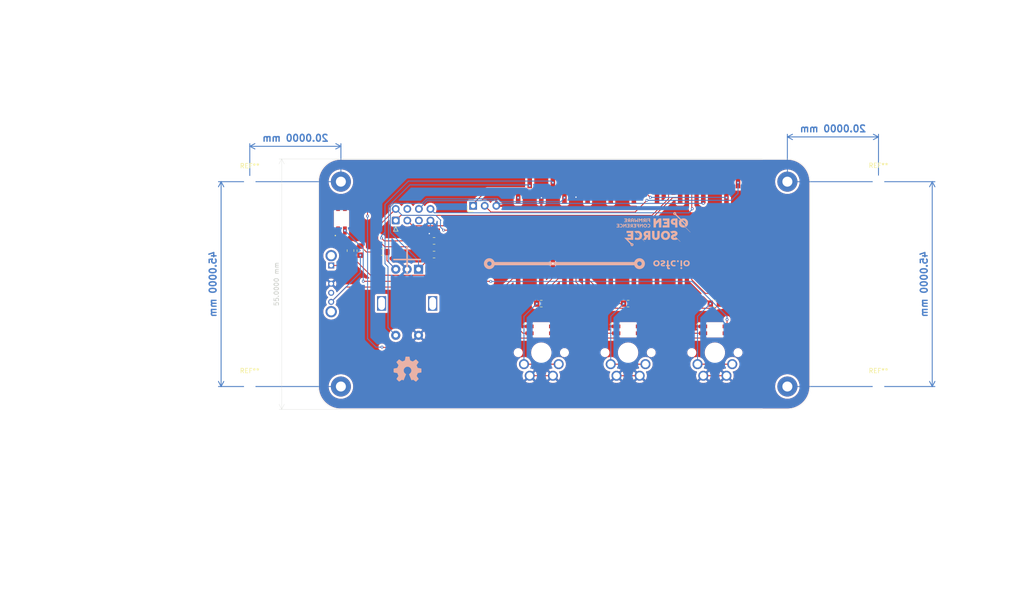
<source format=kicad_pcb>
(kicad_pcb (version 20241229) (generator "pcbnew") (generator_version "9.0")
  (layers (0 "F.Cu" signal) (2 "B.Cu" signal) (13 "F.Paste" user) (15 "B.Paste" user) (5 "F.SilkS" user "F.Silkscreen") (7 "B.SilkS" user "B.Silkscreen") (1 "F.Mask" user) (3 "B.Mask" user) (25 "Edge.Cuts" user))
  (net 0 "")
  (net 1 "VBUS")
  (net 2 "GND")
  (net 5 "Net-(J1-Pin_8)")
  (net 6 "Net-(J1-Pin_1)")
  (net 7 "+3.3V")
  (net 8 "Net-(J1-Pin_3)")
  (net 9 "Net-(J1-Pin_6)")
  (net 10 "Net-(J2-Pin_2)")
  (net 11 "Net-(J2-Pin_1)")
  (net 12 "Net-(U1-GPIO14)")
  (net 13 "Net-(U1-GPIO12)")
  (net 14 "Net-(SW4-SW1)")
  (net 15 "Net-(U1-GPIO13)")
  (net 16 "Net-(SW1-SW1)")
  (net 17 "Net-(SW3-SW1)")
  (net 23 "Net-(SW1-DOUT)")
  (net 24 "Net-(SW3-DOUT)")
  (net 26 "Net-(SW1-DIN)")
  (net 27 "Net-(D2-DIN)")
  (net 44 "Net-(U1-GPIO16)")
  (net 46 "Net-(U1-GPIO17)")
  (net 47 "unconnected-(U1-GPIO15-Pad20)")
  (footprint "Resistor_SMD:R_0805_2012Metric_Pad1.20x1.40mm_HandSolder" (layer "F.Cu") (at 179.05 83 180)
    (property "Reference" "R4" (hide yes))
    (property "Value" "10K")
  )
  (footprint "Resistor_SMD:R_0805_2012Metric_Pad1.20x1.40mm_HandSolder" (layer "F.Cu") (at 198.1 83 180)
    (property "Reference" "R5" (hide yes))
    (property "Value" "10K")
  )
  (footprint "Resistor_SMD:R_0805_2012Metric_Pad1.20x1.40mm_HandSolder" (layer "F.Cu") (at 125.11 71.66)
    (property "Reference" "R2" (hide yes))
    (property "Value" "10K")
  )
  (footprint "Resistor_SMD:R_0805_2012Metric_Pad1.20x1.40mm_HandSolder" (layer "F.Cu") (at 118.12 71.36 90)
    (property "Reference" "R7" (hide yes))
    (property "Value" "10K")
  )
  (footprint "Connector_IDC:IDC-Header_2x04_P2.54mm_Horizontal" (layer "F.Cu") (at 128.05 64.7405 90)
    (property "Reference" "J1" (hide yes))
    (property "Value" "Conn_02x04_Odd_Even" (hide yes))
  )
  (footprint "key-switches:Cherry_MX_SK6812_MINI_E" (layer "F.Cu") (at 179.05 93.76 180)
    (property "Reference" "SW3" (hide yes))
    (property "Value" "~" (hide yes))
    (fp_line (start 1.7 6.5) (end -1.7 6.5) (stroke (width 0.01)) (layer "Edge.Cuts"))
    (fp_line (start 1.7 3.5) (end 1.7 6.5) (stroke (width 0.01)) (layer "Edge.Cuts"))
    (fp_line (start -1.7 6.5) (end -1.7 3.5) (stroke (width 0.01)) (layer "Edge.Cuts"))
    (fp_line (start -1.7 3.5) (end 1.7 3.5) (stroke (width 0.01)) (layer "Edge.Cuts"))
  )
  (footprint "MountingHole:MountingHole_2.5mm" (layer "F.Cu") (at 96.01 56.21)
    (property "Reference" "REF**")
    (property "Value" "MountingHole_2.5mm")
  )
  (footprint "Switch:SLW12745474ARAD" (layer "F.Cu") (at 113.88 74.62 -90)
    (property "Reference" "J3" (hide yes))
    (property "Value" "SLW-1274547-4A-RA-D" (hide yes))
  )
  (footprint "key-switches:Cherry_MX_SK6812_MINI_E" (layer "F.Cu") (at 160 93.76 180)
    (property "Reference" "SW1" (hide yes))
    (property "Value" "~" (hide yes))
    (fp_line (start 1.7 6.5) (end -1.7 6.5) (stroke (width 0.01)) (layer "Edge.Cuts"))
    (fp_line (start 1.7 3.5) (end 1.7 6.5) (stroke (width 0.01)) (layer "Edge.Cuts"))
    (fp_line (start -1.7 6.5) (end -1.7 3.5) (stroke (width 0.01)) (layer "Edge.Cuts"))
    (fp_line (start -1.7 3.5) (end 1.7 3.5) (stroke (width 0.01)) (layer "Edge.Cuts"))
  )
  (footprint "Resistor_SMD:R_0805_2012Metric_Pad1.20x1.40mm_HandSolder" (layer "F.Cu") (at 136.46 69.22 180)
    (property "Reference" "R8" (hide yes))
    (property "Value" "10K")
  )
  (footprint "Resistor_SMD:R_0805_2012Metric_Pad1.20x1.40mm_HandSolder" (layer "F.Cu") (at 120.29 71.36 90)
    (property "Reference" "R6" (hide yes))
    (property "Value" "10K")
  )
  (footprint "MountingHole:MountingHole_2.5mm" (layer "F.Cu") (at 234.01 101.21)
    (property "Reference" "REF**")
    (property "Value" "MountingHole_2.5mm")
  )
  (footprint "MountingHole:MountingHole_2.2mm_M2_Pad_TopBottom" (layer "F.Cu") (at 214.01 56.21)
    (property "Reference" "REF**" (hide yes))
    (property "Value" "MountingHole_2.2mm_M2_Pad_TopBottom" (hide yes))
  )
  (footprint "SK6812-E:LED_SK6812-E" (layer "F.Cu") (at 116.14 64.35 90)
    (property "Reference" "D2" (hide yes))
    (property "Value" "SK6812-E" (hide yes))
    (fp_line (start 1.7 -1.5) (end -1.7 -1.5) (stroke (width 0.01)) (layer "Edge.Cuts"))
    (fp_line (start -1.7 -1.5) (end -1.7 1.5) (stroke (width 0.01)) (layer "Edge.Cuts"))
    (fp_line (start 1.7 1.5) (end 1.7 -1.5) (stroke (width 0.01)) (layer "Edge.Cuts"))
    (fp_line (start -1.7 1.5) (end 1.7 1.5) (stroke (width 0.01)) (layer "Edge.Cuts"))
  )
  (footprint "Connector_PinHeader_2.54mm:PinHeader_1x03_P2.54mm_Horizontal" (layer "F.Cu") (at 145.04 61.51 90)
    (property "Reference" "J2" (hide yes))
    (property "Value" "Conn_01x03" (hide yes))
  )
  (footprint "MountingHole:MountingHole_2.2mm_M2_Pad_TopBottom" (layer "F.Cu") (at 116.01 56.21 90)
    (property "Reference" "REF**" (hide yes))
    (property "Value" "MountingHole_2.2mm_M2_Pad_TopBottom" (hide yes))
  )
  (footprint "MountingHole:MountingHole_2.2mm_M2_Pad_TopBottom" (layer "F.Cu") (at 214.01 101.21 180)
    (property "Reference" "REF**" (hide yes))
    (property "Value" "MountingHole_2.2mm_M2_Pad_TopBottom" (hide yes))
  )
  (footprint "Resistor_SMD:R_0805_2012Metric_Pad1.20x1.40mm_HandSolder" (layer "F.Cu") (at 136.46 72.22 180)
    (property "Reference" "R3" (hide yes))
    (property "Value" "10K")
  )
  (footprint "MountingHole:MountingHole_2.2mm_M2_Pad_TopBottom" (layer "F.Cu") (at 116.01 101.21)
    (property "Reference" "REF**" (hide yes))
    (property "Value" "MountingHole_2.2mm_M2_Pad_TopBottom" (hide yes))
  )
  (footprint "Rotary_Encoder:RotaryEncoder_Alps_EC11E-Switch_Vertical_H20mm" (layer "F.Cu") (at 133.05 75.46 -90)
    (property "Reference" "SW2" (hide yes))
    (property "Value" "RotaryEncoder_Switch" (hide yes))
  )
  (footprint "MountingHole:MountingHole_2.5mm" (layer "F.Cu") (at 96 101.21)
    (property "Reference" "REF**")
    (property "Value" "MountingHole_2.5mm")
  )
  (footprint "MountingHole:MountingHole_2.5mm" (layer "F.Cu") (at 234.01 56.11)
    (property "Reference" "REF**")
    (property "Value" "MountingHole_2.5mm")
  )
  (footprint "Resistor_SMD:R_0805_2012Metric_Pad1.20x1.40mm_HandSolder" (layer "F.Cu") (at 160 83 180)
    (property "Reference" "R1" (hide yes))
    (property "Value" "10K")
  )
  (footprint "MCU_RaspberryPi_and_Boards:RPi_Pico_SMD_HEADER" (layer "F.Cu") (at 179.05 66.96 -90)
    (property "Reference" "U1" (hide yes))
    (property "Value" "Pico")
  )
  (footprint "Symbol:OSHW-Logo2_9.8x8mm_Copper" (layer "F.Cu") (at 145.26 99.787846)
    (property "Reference" "REF**" (hide yes))
    (property "Value" "OSHW-Logo2_9.8x8mm_Copper" (hide yes))
  )
  (footprint "key-switches:Cherry_MX_SK6812_MINI_E" (layer "F.Cu") (at 198.1 93.76 180)
    (property "Reference" "SW4" (hide yes))
    (property "Value" "~" (hide yes))
    (fp_line (start 1.7 6.5) (end -1.7 6.5) (stroke (width 0.01)) (layer "Edge.Cuts"))
    (fp_line (start 1.7 3.5) (end 1.7 6.5) (stroke (width 0.01)) (layer "Edge.Cuts"))
    (fp_line (start -1.7 6.5) (end -1.7 3.5) (stroke (width 0.01)) (layer "Edge.Cuts"))
    (fp_line (start -1.7 3.5) (end 1.7 3.5) (stroke (width 0.01)) (layer "Edge.Cuts"))
  )
  (footprint "LOGO" (layer "B.Cu") (at 162.46 77.53 180)
    (property "Reference" "G***" (hide yes))
    (property "Value" "LOGO" (hide yes))
  )
  (footprint "LOGO" (layer "B.Cu") (at 162.17 77.5)
    (property "Reference" "G***" (hide yes))
    (property "Value" "LOGO" (hide yes))
  )
  (gr_line (start 219.01 101.210001) (end 219.01 56.21) (stroke (width 0.05)) (layer "Edge.Cuts"))
  (gr_line (start 214.01 51.21) (end 116.01 51.21) (stroke (width 0.05)) (layer "Edge.Cuts"))
  (gr_arc (start 111.01 56.21) (mid 112.474466 52.674466) (end 116.01 51.21) (stroke (width 0.05)) (layer "Edge.Cuts"))
  (gr_arc (start 219.01 101.210001) (mid 217.545534 104.745534) (end 214.01 106.210001) (stroke (width 0.05)) (layer "Edge.Cuts"))
  (gr_line (start 111.01 56.21) (end 111.01 101.21) (stroke (width 0.05)) (layer "Edge.Cuts"))
  (gr_line (start 116.01 106.21) (end 214.01 106.210001) (stroke (width 0.05)) (layer "Edge.Cuts"))
  (gr_arc (start 214.01 51.21) (mid 217.545534 52.674466) (end 219.01 56.21) (stroke (width 0.05)) (layer "Edge.Cuts"))
  (gr_arc (start 116.01 106.21) (mid 112.474466 104.745534) (end 111.01 101.21) (stroke (width 0.05)) (layer "Edge.Cuts"))
  (dimension (type orthogonal) (layer "B.Cu") (pts (xy 214.01 56.21) (xy 214.01 101.21)) (height 31.8) (orientation 1) (format (prefix "") (suffix "") (units 3) (units_format 1) (precision 4)) (style (thickness 0.2) (arrow_length 1.27) (text_position_mode 0) (arrow_direction outward) (extension_height 0.58642) (extension_offset 0.5) (keep_text_aligned yes)) (gr_text "45.0000 mm" (at 244.01 78.71 90) (layer "B.Cu") (effects (font (size 1.5 1.5) (thickness 0.3)) (justify mirror))))
  (dimension (type orthogonal) (layer "B.Cu") (pts (xy 116.01 56.21) (xy 116.01 101.21)) (height -26.29) (orientation 1) (format (prefix "") (suffix "") (units 3) (units_format 1) (precision 4)) (style (thickness 0.2) (arrow_length 1.27) (text_position_mode 0) (arrow_direction outward) (extension_height 0.58642) (extension_offset 0.5) (keep_text_aligned yes)) (gr_text "45.0000 mm" (at 87.92 78.71 90) (layer "B.Cu") (effects (font (size 1.5 1.5) (thickness 0.3)) (justify mirror))))
  (dimension (type orthogonal) (layer "B.Cu") (pts (xy 214.01 56.21) (xy 234.01 56.11)) (height -9.83) (orientation 0) (format (prefix "") (suffix "") (units 3) (units_format 1) (precision 4)) (style (thickness 0.2) (arrow_length 1.27) (text_position_mode 0) (arrow_direction outward) (extension_height 0.58642) (extension_offset 0.5) (keep_text_aligned yes)) (gr_text "20.0000 mm" (at 224.01 44.58 0) (layer "B.Cu") (effects (font (size 1.5 1.5) (thickness 0.3)) (justify mirror))))
  (dimension (type orthogonal) (layer "B.Cu") (pts (xy 116.01 56.21) (xy 96.01 56.21)) (height -7.77) (orientation 0) (format (prefix "") (suffix "") (units 3) (units_format 1) (precision 4)) (style (thickness 0.2) (arrow_length 1.27) (text_position_mode 0) (arrow_direction outward) (extension_height 0.58642) (extension_offset 0.5) (keep_text_aligned yes)) (gr_text "20.0000 mm" (at 106.01 46.64 0) (layer "B.Cu") (effects (font (size 1.5 1.5) (thickness 0.3)) (justify mirror))))
  (dimension (type orthogonal) (layer "Edge.Cuts") (pts (xy 209.01 51.21) (xy 209.01 106.21)) (height -106) (orientation 1) (format (prefix "") (suffix "") (units 3) (units_format 1) (precision 4)) (style (thickness 0.05) (arrow_length 1.27) (text_position_mode 0) (arrow_direction outward) (extension_height 0.58642) (extension_offset 0.5) (keep_text_aligned yes)) (gr_text "55.0000 mm" (at 101.86 78.71 90) (layer "Edge.Cuts") (effects (font (size 1 1) (thickness 0.15)))))
  (segment (start 121.86 62.81) (end 120.8 61.75) (width 0.2) (layer "F.Cu") (net 1))
  (segment (start 200.43 90.56) (end 183.93 90.56) (width 0.2) (layer "F.Cu") (net 1))
  (segment (start 182.88 89.51) (end 181.65 89.51) (width 0.2) (layer "F.Cu") (net 1))
  (segment (start 203.18 74.195) (end 203.18 88.41) (width 0.2) (layer "F.Cu") (net 1))
  (segment (start 137.53 92.63) (end 125.11 92.63) (width 0.2) (layer "F.Cu") (net 1))
  (segment (start 183.93 90.56) (end 182.88 89.51) (width 0.2) (layer "F.Cu") (net 1))
  (segment (start 181.069 90.561) (end 163.651 90.561) (width 0.2) (layer "F.Cu") (net 1))
  (segment (start 121.86 63.77) (end 121.86 62.81) (width 0.2) (layer "F.Cu") (net 1))
  (segment (start 120.8 61.75) (end 116.89 61.75) (width 0.2) (layer "F.Cu") (net 1))
  (segment (start 163.651 90.561) (end 162.6 89.51) (width 0.2) (layer "F.Cu") (net 1))
  (segment (start 125.11 92.63) (end 125.03 92.55) (width 0.2) (layer "F.Cu") (net 1))
  (segment (start 201 89.99) (end 200.43 90.56) (width 0.2) (layer "F.Cu") (net 1))
  (segment (start 201 89.635) (end 201 89.99) (width 0.2) (layer "F.Cu") (net 1))
  (segment (start 202.08 89.51) (end 200.7 89.51) (width 0.2) (layer "F.Cu") (net 1))
  (segment (start 125.18 92.55) (end 125.2 92.57) (width 0.2) (layer "F.Cu") (net 1))
  (segment (start 139.59 90.57) (end 137.53 92.63) (width 0.2) (layer "F.Cu") (net 1))
  (segment (start 162.6 90.12) (end 162.15 90.57) (width 0.2) (layer "F.Cu") (net 1))
  (segment (start 181.65 89.98) (end 181.069 90.561) (width 0.2) (layer "F.Cu") (net 1))
  (segment (start 162.6 89.51) (end 162.6 90.12) (width 0.2) (layer "F.Cu") (net 1))
  (segment (start 125.03 92.55) (end 125.18 92.55) (width 0.2) (layer "F.Cu") (net 1))
  (segment (start 203.18 88.41) (end 202.08 89.51) (width 0.2) (layer "F.Cu") (net 1))
  (segment (start 181.65 89.51) (end 181.65 89.98) (width 0.2) (layer "F.Cu") (net 1))
  (segment (start 162.15 90.57) (end 139.59 90.57) (width 0.2) (layer "F.Cu") (net 1))
  (via (at 121.86 63.77) (size 0.6) (drill 0.3) (layers "F.Cu" "B.Cu") (net 1))
  (via (at 125.03 92.55) (size 0.6) (drill 0.3) (layers "F.Cu" "B.Cu") (net 1))
  (segment (start 121.87 68.23) (end 121.87 90.71) (width 0.2) (layer "B.Cu") (net 1))
  (segment (start 123.71 92.55) (end 125.03 92.55) (width 0.2) (layer "B.Cu") (net 1))
  (segment (start 121.87 90.71) (end 123.71 92.55) (width 0.2) (layer "B.Cu") (net 1))
  (segment (start 121.86 63.77) (end 121.86 68.22) (width 0.2) (layer "B.Cu") (net 1))
  (segment (start 121.86 68.22) (end 121.87 68.23) (width 0.2) (layer "B.Cu") (net 1))
  (segment (start 195.56 98.84) (end 200.64 98.84) (width 0.2) (layer "F.Cu") (net 2))
  (segment (start 157.46 98.84) (end 162.54 98.84) (width 0.2) (layer "F.Cu") (net 2))
  (segment (start 176.51 98.84) (end 181.59 98.84) (width 0.2) (layer "F.Cu") (net 2))
  (via (at 135.42 67.62) (size 0.6) (drill 0.3) (layers "F.Cu" "B.Cu") (net 2))
  (via (at 167.61 59.61) (size 0.6) (drill 0.3) (layers "F.Cu" "B.Cu") (net 2))
  (via (at 160.03 59.74) (size 0.6) (drill 0.3) (layers "F.Cu" "B.Cu") (net 2))
  (segment (start 157.591 98.709) (end 157.46 98.84) (width 0.2) (layer "B.Cu") (net 2))
  (segment (start 160.03 59.74) (end 160.07 59.74) (width 0.2) (layer "B.Cu") (net 2))
  (segment (start 176.7051 98.6449) (end 176.51 98.84) (width 0.2) (layer "B.Cu") (net 2))
  (segment (start 195.7551 98.6449) (end 195.56 98.84) (width 0.2) (layer "B.Cu") (net 2))
  (segment (start 135.42 67.62) (end 135.67 67.37) (width 0.2) (layer "B.Cu") (net 2))
  (segment (start 162.409 98.709) (end 162.54 98.84) (width 0.2) (layer "B.Cu") (net 2))
  (segment (start 135.67 67.37) (end 135.67 64.7405) (width 0.2) (layer "B.Cu") (net 2))
  (segment (start 193.02 62.04) (end 193.02 56.415) (width 0.2) (layer "F.Cu") (net 5))
  (segment (start 193.14 62.16) (end 193.02 62.04) (width 0.2) (layer "F.Cu") (net 5))
  (segment (start 135.67 62.2005) (end 136.1495 62.68) (width 0.2) (layer "F.Cu") (net 5))
  (via (at 193.14 62.16) (size 0.6) (drill 0.3) (layers "F.Cu" "B.Cu") (net 5))
  (segment (start 192.3595 63.0505) (end 192.84 62.57) (width 0.2) (layer "B.Cu") (net 5))
  (segment (start 135.67 62.2005) (end 136.52 63.0505) (width 0.2) (layer "B.Cu") (net 5))
  (segment (start 193.14 62.27) (end 193.14 62.16) (width 0.2) (layer "B.Cu") (net 5))
  (segment (start 192.84 62.57) (end 193.14 62.27) (width 0.2) (layer "B.Cu") (net 5))
  (segment (start 136.52 63.0505) (end 192.3595 63.0505) (width 0.2) (layer "B.Cu") (net 5))
  (segment (start 184.3105 63.5895) (end 129.201 63.5895) (width 0.2) (layer "F.Cu") (net 6))
  (segment (start 129.201 63.5895) (end 128.05 64.7405) (width 0.2) (layer "F.Cu") (net 6))
  (segment (start 187.94 56.415) (end 187.94 59.96) (width 0.2) (layer "F.Cu") (net 6))
  (segment (start 187.94 59.96) (end 184.3105 63.5895) (width 0.2) (layer "F.Cu") (net 6))
  (segment (start 185.685 66.86) (end 193.02 74.195) (width 0.2) (layer "F.Cu") (net 7))
  (segment (start 179.049 84.001) (end 162.001 84.001) (width 0.2) (layer "F.Cu") (net 7))
  (segment (start 118.12 70.36) (end 120.29 70.36) (width 0.2) (layer "F.Cu") (net 7))
  (segment (start 124.11 71.66) (end 124.11 68.97) (width 0.2) (layer "F.Cu") (net 7))
  (segment (start 180.05 83) (end 181.051 84.001) (width 0.2) (layer "F.Cu") (net 7))
  (segment (start 193.02 74.195) (end 193.02 77.74) (width 0.2) (layer "F.Cu") (net 7))
  (segment (start 193.02 77.74) (end 196.05 80.77) (width 0.2) (layer "F.Cu") (net 7))
  (segment (start 162.001 84.001) (end 161 83) (width 0.2) (layer "F.Cu") (net 7))
  (segment (start 199.1 81.93) (end 199.1 83) (width 0.2) (layer "F.Cu") (net 7))
  (segment (start 181.051 84.001) (end 198.099 84.001) (width 0.2) (layer "F.Cu") (net 7))
  (segment (start 137.51 69.27) (end 137.46 69.22) (width 0.2) (layer "F.Cu") (net 7))
  (segment (start 197.94 80.77) (end 199.1 81.93) (width 0.2) (layer "F.Cu") (net 7))
  (segment (start 196.05 80.77) (end 197.94 80.77) (width 0.2) (layer "F.Cu") (net 7))
  (segment (start 124.11 68.97) (end 124.11 66.1405) (width 0.2) (layer "F.Cu") (net 7))
  (segment (start 120.3 70.36) (end 121.6 71.66) (width 0.2) (layer "F.Cu") (net 7))
  (segment (start 137.51 71.94) (end 137.51 69.27) (width 0.2) (layer "F.Cu") (net 7))
  (segment (start 124.11 66.1405) (end 128.05 62.2005) (width 0.2) (layer "F.Cu") (net 7))
  (segment (start 121.6 71.66) (end 124.11 71.66) (width 0.2) (layer "F.Cu") (net 7))
  (segment (start 120.29 70.36) (end 120.3 70.36) (width 0.2) (layer "F.Cu") (net 7))
  (segment (start 138.54 66.86) (end 185.685 66.86) (width 0.2) (layer "F.Cu") (net 7))
  (segment (start 136.07 70.5) (end 125.64 70.5) (width 0.2) (layer "F.Cu") (net 7))
  (segment (start 125.64 70.5) (end 124.11 68.97) (width 0.2) (layer "F.Cu") (net 7))
  (segment (start 198.099 84.001) (end 199.1 83) (width 0.2) (layer "F.Cu") (net 7))
  (segment (start 180.05 83) (end 179.049 84.001) (width 0.2) (layer "F.Cu") (net 7))
  (segment (start 137.51 71.94) (end 136.07 70.5) (width 0.2) (layer "F.Cu") (net 7))
  (via (at 138.54 66.86) (size 0.6) (drill 0.3) (layers "F.Cu" "B.Cu") (net 7))
  (segment (start 137.06 63.81) (end 137.865 64.615) (width 0.2) (layer "B.Cu") (net 7))
  (segment (start 138.54 66.86) (end 138.6 66.92) (width 0.2) (layer "B.Cu") (net 7))
  (segment (start 137.865 64.615) (end 137.95 64.7) (width 0.2) (layer "B.Cu") (net 7))
  (segment (start 128.05 62.2005) (end 129.439 63.5895) (width 0.2) (layer "B.Cu") (net 7))
  (segment (start 129.439 63.5895) (end 136.8395 63.5895) (width 0.2) (layer "B.Cu") (net 7))
  (segment (start 137.865 66.185) (end 138.54 66.86) (width 0.2) (layer "B.Cu") (net 7))
  (segment (start 137.865 64.615) (end 137.865 66.185) (width 0.2) (layer "B.Cu") (net 7))
  (segment (start 136.8395 63.5895) (end 137.06 63.81) (width 0.2) (layer "B.Cu") (net 7))
  (segment (start 131.741 65.8915) (end 130.59 64.7405) (width 0.2) (layer "F.Cu") (net 8))
  (segment (start 182.6585 65.8915) (end 188.825 59.725) (width 0.2) (layer "F.Cu") (net 8))
  (segment (start 188.825 59.725) (end 190.48 59.725) (width 0.2) (layer "F.Cu") (net 8))
  (segment (start 182.6585 65.8915) (end 131.741 65.8915) (width 0.2) (layer "F.Cu") (net 8))
  (via (at 195.56 60.991) (size 0.6) (drill 0.3) (layers "F.Cu" "B.Cu") (net 9))
  (segment (start 149.23824 60.359) (end 150.19176 60.359) (width 0.2) (layer "B.Cu") (net 9))
  (segment (start 143.484 60.37) (end 143.484 60.359) (width 0.2) (layer "B.Cu") (net 9))
  (segment (start 145.786 60.359) (end 145.786 60.37) (width 0.2) (layer "B.Cu") (net 9))
  (segment (start 146.68724 60.37) (end 146.69824 60.359) (width 0.2) (layer "B.Cu") (net 9))
  (segment (start 143.484 60.359) (end 145.786 60.359) (width 0.2) (layer "B.Cu") (net 9))
  (segment (start 147.66276 60.37) (end 149.22724 60.37) (width 0.2) (layer "B.Cu") (net 9))
  (segment (start 150.82376 60.991) (end 195.56 60.991) (width 0.2) (layer "B.Cu") (net 9))
  (segment (start 134.9605 60.37) (end 143.484 60.37) (width 0.2) (layer "B.Cu") (net 9))
  (segment (start 149.22724 60.37) (end 149.23824 60.359) (width 0.2) (layer "B.Cu") (net 9))
  (segment (start 145.786 60.37) (end 146.68724 60.37) (width 0.2) (layer "B.Cu") (net 9))
  (segment (start 133.13 62.2005) (end 134.9605 60.37) (width 0.2) (layer "B.Cu") (net 9))
  (segment (start 150.19176 60.359) (end 150.82376 60.991) (width 0.2) (layer "B.Cu") (net 9))
  (segment (start 146.69824 60.359) (end 147.65176 60.359) (width 0.2) (layer "B.Cu") (net 9))
  (segment (start 147.65176 60.359) (end 147.66276 60.37) (width 0.2) (layer "B.Cu") (net 9))
  (segment (start 183.17 60.310235) (end 180.59867 62.881565) (width 0.2) (layer "F.Cu") (net 10))
  (segment (start 148.951565 62.881565) (end 149.26 62.881565) (width 0.2) (layer "F.Cu") (net 10))
  (segment (start 147.58 61.51) (end 148.951565 62.881565) (width 0.2) (layer "F.Cu") (net 10))
  (segment (start 180.59867 62.881565) (end 149.26 62.881565) (width 0.2) (layer "F.Cu") (net 10))
  (via (at 183.17 60.310235) (size 0.6) (drill 0.3) (layers "F.Cu" "B.Cu") (net 10))
  (via (at 203.18 56.415) (size 0.6) (drill 0.3) (layers "F.Cu" "B.Cu") (net 10))
  (segment (start 203.18 58.81) (end 203.18 56.415) (width 0.2) (layer "B.Cu") (net 10))
  (segment (start 183.17 60.310235) (end 201.679765 60.310235) (width 0.2) (layer "B.Cu") (net 10))
  (segment (start 201.679765 60.310235) (end 203.18 58.81) (width 0.2) (layer "B.Cu") (net 10))
  (segment (start 182.29 58.03) (end 183.93 59.67) (width 0.2) (layer "F.Cu") (net 11))
  (segment (start 148.115 58.03) (end 182.29 58.03) (width 0.2) (layer "F.Cu") (net 11))
  (segment (start 145.04 61.105) (end 148.115 58.03) (width 0.2) (layer "F.Cu") (net 11))
  (segment (start 145.04 61.51) (end 145.04 61.105) (width 0.2) (layer "F.Cu") (net 11))
  (via (at 183.93 59.67) (size 0.6) (drill 0.3) (layers "F.Cu" "B.Cu") (net 11))
  (via (at 183.93 59.67) (size 0.6) (drill 0.3) (layers "F.Cu" "B.Cu") (net 11))
  (via (at 200.64 59.710235) (size 0.6) (drill 0.3) (layers "F.Cu" "B.Cu") (net 11))
  (segment (start 183.93 59.67) (end 200.599765 59.67) (width 0.2) (layer "B.Cu") (net 11))
  (segment (start 200.599765 59.67) (end 200.64 59.710235) (width 0.2) (layer "B.Cu") (net 11))
  (segment (start 126.11 73.52) (end 128.05 75.46) (width 0.2) (layer "F.Cu") (net 12))
  (segment (start 126.11 71.66) (end 126.11 73.52) (width 0.2) (layer "F.Cu") (net 12))
  (via (at 157.46 57.118) (size 0.6) (drill 0.3) (layers "F.Cu" "B.Cu") (net 12))
  (segment (start 128.05 75.46) (end 126.498 73.908) (width 0.2) (layer "B.Cu") (net 12))
  (segment (start 131.13664 56.919) (end 157.261 56.919) (width 0.2) (layer "B.Cu") (net 12))
  (segment (start 157.261 56.919) (end 157.46 57.118) (width 0.2) (layer "B.Cu") (net 12))
  (segment (start 126.498 73.908) (end 126.498 61.55764) (width 0.2) (layer "B.Cu") (net 12))
  (segment (start 126.498 61.55764) (end 131.13664 56.919) (width 0.2) (layer "B.Cu") (net 12))
  (segment (start 133.05 75.46) (end 135.51 73) (width 0.2) (layer "F.Cu") (net 13))
  (segment (start 135.51 73) (end 135.51 71.94) (width 0.2) (layer "F.Cu") (net 13))
  (via (at 165.08 59.725) (size 0.6) (drill 0.3) (layers "F.Cu" "B.Cu") (net 13))
  (segment (start 165.08 59.82) (end 165.08 59.725) (width 0.2) (layer "B.Cu") (net 13))
  (segment (start 147.82886 59.969) (end 149.06114 59.969) (width 0.2) (layer "B.Cu") (net 13))
  (segment (start 126.899 67.419) (end 126.899 61.72374) (width 0.2) (layer "B.Cu") (net 13))
  (segment (start 145.9631 59.969) (end 146.52114 59.969) (width 0.2) (layer "B.Cu") (net 13))
  (segment (start 146.53214 59.958) (end 147.81786 59.958) (width 0.2) (layer "B.Cu") (net 13))
  (segment (start 127.62274 61) (end 133.7634 61) (width 0.2) (layer "B.Cu") (net 13))
  (segment (start 133.05 75.46) (end 133.05 73.57) (width 0.2) (layer "B.Cu") (net 13))
  (segment (start 164.31 60.59) (end 165.08 59.82) (width 0.2) (layer "B.Cu") (net 13))
  (segment (start 143.3179 59.958) (end 145.9521 59.958) (width 0.2) (layer "B.Cu") (net 13))
  (segment (start 149.07214 59.958) (end 150.35786 59.958) (width 0.2) (layer "B.Cu") (net 13))
  (segment (start 150.98986 60.59) (end 164.31 60.59) (width 0.2) (layer "B.Cu") (net 13))
  (segment (start 150.35786 59.958) (end 150.98986 60.59) (width 0.2) (layer "B.Cu") (net 13))
  (segment (start 145.9521 59.958) (end 145.9631 59.969) (width 0.2) (layer "B.Cu") (net 13))
  (segment (start 133.05 73.57) (end 126.899 67.419) (width 0.2) (layer "B.Cu") (net 13))
  (segment (start 146.52114 59.969) (end 146.53214 59.958) (width 0.2) (layer "B.Cu") (net 13))
  (segment (start 134.7944 59.969) (end 143.3069 59.969) (width 0.2) (layer "B.Cu") (net 13))
  (segment (start 126.899 61.72374) (end 127.62274 61) (width 0.2) (layer "B.Cu") (net 13))
  (segment (start 149.06114 59.969) (end 149.07214 59.958) (width 0.2) (layer "B.Cu") (net 13))
  (segment (start 143.3069 59.969) (end 143.3179 59.958) (width 0.2) (layer "B.Cu") (net 13))
  (segment (start 147.81786 59.958) (end 147.82886 59.969) (width 0.2) (layer "B.Cu") (net 13))
  (segment (start 133.7634 61) (end 134.7944 59.969) (width 0.2) (layer "B.Cu") (net 13))
  (segment (start 170.16 77.505) (end 174.165 81.51) (width 0.2) (layer "F.Cu") (net 14))
  (segment (start 195.61 81.51) (end 197.1 83) (width 0.2) (layer "F.Cu") (net 14))
  (segment (start 201.91 96.3) (end 194.29 96.3) (width 0.2) (layer "F.Cu") (net 14))
  (segment (start 197.1 83) (end 197.09 82.99) (width 0.2) (layer "F.Cu") (net 14))
  (segment (start 174.165 81.51) (end 195.61 81.51) (width 0.2) (layer "F.Cu") (net 14))
  (via (at 197.1 83) (size 0.6) (drill 0.3) (layers "F.Cu" "B.Cu") (net 14))
  (segment (start 194.29 85.81) (end 194.29 96.3) (width 0.2) (layer "B.Cu") (net 14))
  (segment (start 197.1 83) (end 194.29 85.81) (width 0.2) (layer "B.Cu") (net 14))
  (segment (start 125.54 69.22) (end 124.9 68.58) (width 0.2) (layer "F.Cu") (net 15))
  (segment (start 135.46 69.22) (end 125.54 69.22) (width 0.2) (layer "F.Cu") (net 15))
  (via (at 162.54 56.415) (size 0.6) (drill 0.3) (layers "F.Cu" "B.Cu") (net 15))
  (via (at 124.9 68.58) (size 0.6) (drill 0.3) (layers "F.Cu" "B.Cu") (net 15))
  (segment (start 130.84144 56.08) (end 162.205 56.08) (width 0.2) (layer "B.Cu") (net 15))
  (segment (start 125.696 74.2402) (end 125.696 67.3) (width 0.2) (layer "B.Cu") (net 15))
  (segment (start 128.05 89.96) (end 126.348 88.258) (width 0.2) (layer "B.Cu") (net 15))
  (segment (start 126.348 74.8922) (end 125.696 74.2402) (width 0.2) (layer "B.Cu") (net 15))
  (segment (start 125.696 61.22544) (end 130.84144 56.08) (width 0.2) (layer "B.Cu") (net 15))
  (segment (start 124.9 68.096) (end 125.696 67.3) (width 0.2) (layer "B.Cu") (net 15))
  (segment (start 126.348 88.258) (end 126.348 74.8922) (width 0.2) (layer "B.Cu") (net 15))
  (segment (start 125.696 67.3) (end 125.696 61.22544) (width 0.2) (layer "B.Cu") (net 15))
  (segment (start 162.205 56.08) (end 162.54 56.415) (width 0.2) (layer "B.Cu") (net 15))
  (segment (start 124.9 68.58) (end 124.9 68.096) (width 0.2) (layer "B.Cu") (net 15))
  (segment (start 163.695 77.505) (end 165.08 77.505) (width 0.2) (layer "F.Cu") (net 16))
  (segment (start 159 82.2) (end 163.695 77.505) (width 0.2) (layer "F.Cu") (net 16))
  (segment (start 156.19 96.3) (end 163.81 96.3) (width 0.2) (layer "F.Cu") (net 16))
  (segment (start 159 83) (end 159 82.2) (width 0.2) (layer "F.Cu") (net 16))
  (via (at 159 83) (size 0.6) (drill 0.3) (layers "F.Cu" "B.Cu") (net 16))
  (segment (start 159 83) (end 156.19 85.81) (width 0.2) (layer "B.Cu") (net 16))
  (segment (start 156.19 85.81) (end 156.19 96.3) (width 0.2) (layer "B.Cu") (net 16))
  (segment (start 175.24 96.3) (end 182.86 96.3) (width 0.2) (layer "F.Cu") (net 17))
  (segment (start 178.05 83) (end 172.34 83) (width 0.2) (layer "F.Cu") (net 17))
  (segment (start 172.34 83) (end 167.62 78.28) (width 0.2) (layer "F.Cu") (net 17))
  (segment (start 167.62 78.28) (end 167.62 74.195) (width 0.2) (layer "F.Cu") (net 17))
  (via (at 178.05 83) (size 0.6) (drill 0.3) (layers "F.Cu" "B.Cu") (net 17))
  (segment (start 175.24 85.81) (end 178.05 83) (width 0.2) (layer "B.Cu") (net 17))
  (segment (start 175.24 96.3) (end 175.24 85.81) (width 0.2) (layer "B.Cu") (net 17))
  (segment (start 162.6 88.01) (end 167.79 88.01) (width 0.2) (layer "F.Cu") (net 23))
  (segment (start 169.29 89.51) (end 176.45 89.51) (width 0.2) (layer "F.Cu") (net 23))
  (segment (start 167.79 88.01) (end 169.29 89.51) (width 0.2) (layer "F.Cu") (net 23))
  (segment (start 187.77 88.01) (end 189.27 89.51) (width 0.2) (layer "F.Cu") (net 24))
  (segment (start 189.27 89.51) (end 195.5 89.51) (width 0.2) (layer "F.Cu") (net 24))
  (segment (start 181.65 88.01) (end 187.77 88.01) (width 0.2) (layer "F.Cu") (net 24))
  (segment (start 154.97 84.892) (end 154.97 88.48) (width 0.2) (layer "F.Cu") (net 26))
  (segment (start 154.97 88.48) (end 156 89.51) (width 0.2) (layer "F.Cu") (net 26))
  (segment (start 162.54 74.195) (end 162.54 77.322) (width 0.2) (layer "F.Cu") (net 26))
  (segment (start 162.54 77.322) (end 154.97 84.892) (width 0.2) (layer "F.Cu") (net 26))
  (segment (start 156 89.51) (end 157.4 89.51) (width 0.2) (layer "F.Cu") (net 26))
  (via (at 162.54 74.195) (size 0.6) (drill 0.3) (layers "F.Cu" "B.Cu") (net 26))
  (segment (start 200.77 86.5) (end 200.77 87.94) (width 0.2) (layer "F.Cu") (net 27))
  (segment (start 116.89 66.95) (end 116.89 66.94) (width 0.2) (layer "F.Cu") (net 27))
  (segment (start 148.86 78.1) (end 148.89 78.13) (width 0.2) (layer "F.Cu") (net 27))
  (segment (start 120.92 78.1) (end 148.86 78.1) (width 0.2) (layer "F.Cu") (net 27))
  (segment (start 200.77 87.94) (end 200.7 88.01) (width 0.2) (layer "F.Cu") (net 27))
  (via (at 116.89 66.94) (size 0.6) (drill 0.3) (layers "F.Cu" "B.Cu") (net 27))
  (via (at 120.92 78.1) (size 0.6) (drill 0.3) (layers "F.Cu" "B.Cu") (net 27))
  (via (at 148.89 78.13) (size 0.6) (drill 0.3) (layers "F.Cu" "B.Cu") (net 27))
  (via (at 200.77 86.5) (size 0.6) (drill 0.3) (layers "F.Cu" "B.Cu") (net 27))
  (segment (start 120.92 70.97) (end 120.92 78.1) (width 0.2) (layer "B.Cu") (net 27))
  (segment (start 116.89 66.94) (end 120.92 70.97) (width 0.2) (layer "B.Cu") (net 27))
  (segment (start 193.079943 78.13) (end 200.77 85.820057) (width 0.2) (layer "B.Cu") (net 27))
  (segment (start 200.77 85.820057) (end 200.77 86.5) (width 0.2) (layer "B.Cu") (net 27))
  (segment (start 148.89 78.13) (end 193.079943 78.13) (width 0.2) (layer "B.Cu") (net 27))
  (segment (start 153.705 77.505) (end 154.92 77.505) (width 0.2) (layer "F.Cu") (net 44))
  (segment (start 151.85 79.36) (end 153.705 77.505) (width 0.2) (layer "F.Cu") (net 44))
  (segment (start 113.88 82.62) (end 117.14 79.36) (width 0.2) (layer "F.Cu") (net 44))
  (segment (start 117.14 79.36) (end 151.85 79.36) (width 0.2) (layer "F.Cu") (net 44))
  (via (at 120.29 72.36) (size 0.6) (drill 0.3) (layers "F.Cu" "B.Cu") (net 44))
  (segment (start 120.29 76.21) (end 113.88 82.62) (width 0.2) (layer "B.Cu") (net 44))
  (segment (start 120.29 72.36) (end 120.29 76.21) (width 0.2) (layer "B.Cu") (net 44))
  (segment (start 118.12 72.36) (end 122.521 76.761) (width 0.2) (layer "F.Cu") (net 46))
  (segment (start 150.694123 76.761) (end 153.260123 74.195) (width 0.2) (layer "F.Cu") (net 46))
  (segment (start 118.12 72.36) (end 115.86 74.62) (width 0.2) (layer "F.Cu") (net 46))
  (segment (start 115.86 74.62) (end 113.88 74.62) (width 0.2) (layer "F.Cu") (net 46))
  (segment (start 153.260123 74.195) (end 157.46 74.195) (width 0.2) (layer "F.Cu") (net 46))
  (segment (start 122.521 76.761) (end 150.694123 76.761) (width 0.2) (layer "F.Cu") (net 46))
  (via (at 154.92 59.725) (size 0.6) (drill 0.3) (layers "F.Cu" "B.Cu") (net 47))
  (zone (net 2) (net_name "GND") (layer "F.Cu") (connect_pads (clearance 0.5)) (min_thickness 0.25) (fill yes (thermal_gap 0.5) (thermal_bridge_width 0.5))
    (polygon (pts (xy 66.405525 24.606053) (xy 261.69704 21.339689) (xy 264.813149 145.317865) (xy 57.263726 148.35376)))
  )
  (zone (net 2) (net_name "GND") (layer "B.Cu") (priority 1) (connect_pads (clearance 0.5)) (min_thickness 0.25) (fill yes (thermal_gap 0.5) (thermal_bridge_width 0.5) (island_removal_mode 1) (island_area_min 10))
    (polygon (pts (xy 45.003056 16.300517) (xy 264.56 19.5) (xy 265.950913 144.258351) (xy 41.185026 147.146405)))
  )
)
</source>
